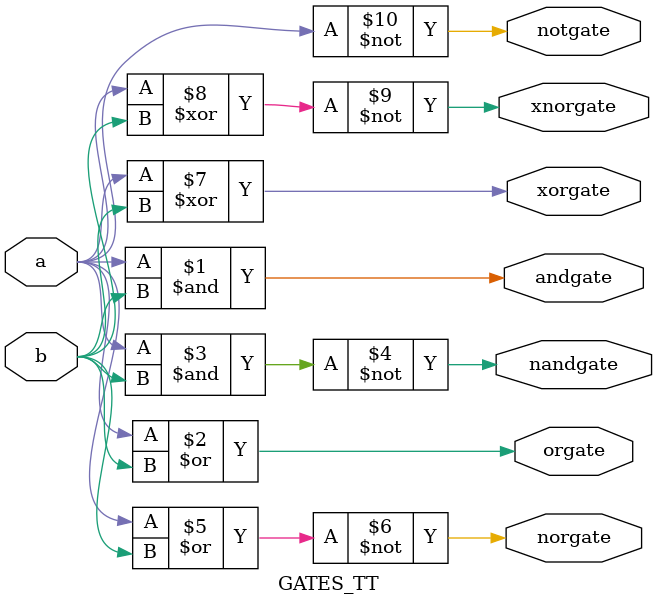
<source format=v>
module GATES_TT(a,b,andgate,orgate,notgate,nandgate,norgate,xorgate,xnorgate);
input a,b;
output andgate,orgate,notgate,nandgate,norgate,xorgate,xnorgate;
and(andgate,a,b);
or(orgate,a,b);
not(notgate,a);
nand(nandgate,a,b);
nor(norgate,a,b);
xor(xorgate,a,b);    
xnor(xnorgate,a,b); 
endmodule

</source>
